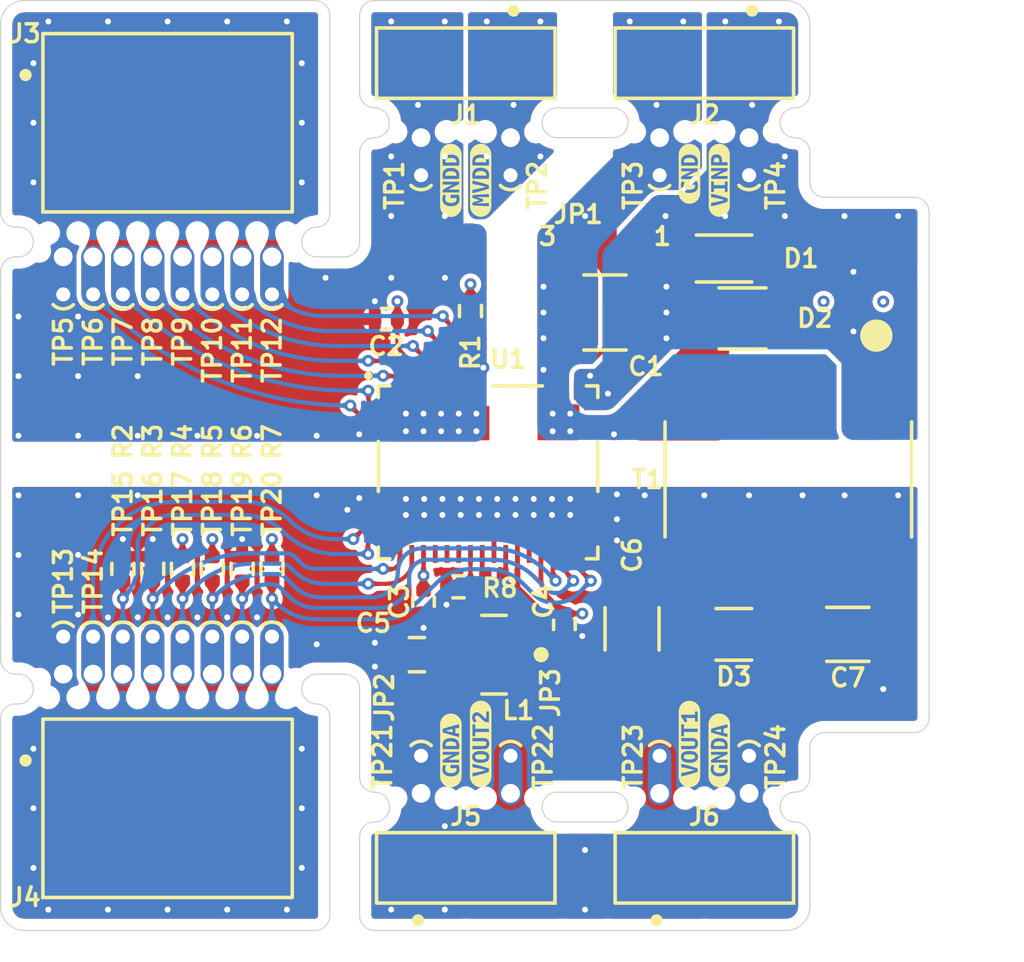
<source format=kicad_pcb>
(kicad_pcb (version 20240108) (generator "pcbnew") (generator_version "8.0")
  (layers (0 "F.Cu" signal) (1 "In1.Cu" power) (2 "In2.Cu" power) (31 "B.Cu" signal) (34 "B.Paste" user) (35 "F.Paste" user) (36 "B.SilkS" user "B.Silkscreen") (37 "F.SilkS" user "F.Silkscreen") (38 "B.Mask" user) (39 "F.Mask" user) (44 "Edge.Cuts" user))
  (net 0 "")
  (net 1 "/MVDD")
  (net 2 "GNDD")
  (net 3 "/VOUT2")
  (net 4 "GNDA")
  (net 5 "/VINP")
  (net 6 "GND")
  (net 7 "/VOUT1")
  (net 8 "Net-(D1-Pad1)")
  (net 9 "Net-(D3-Pad2)")
  (net 10 "/SWP")
  (net 11 "/VDD_24V")
  (net 12 "/SLEW")
  (net 13 "/SW2")
  (net 14 "/SGPO2")
  (net 15 "/SGPO1")
  (net 16 "/SI")
  (net 17 "/SGPI3")
  (net 18 "/SCK")
  (net 19 "Net-(U1-SYNC)")
  (net 20 "Net-(U1-PWRGD)")
  (net 25 "/MO")
  (net 26 "/MCK")
  (net 27 "/MGPI1")
  (net 28 "/MGPI2")
  (net 29 "/MGPO3")
  (net 37 "/SO")
  (net 38 "/~{SSS}")
  (net 39 "/~{MSS}")
  (net 40 "/MI")
  (net 41 "/3V3")
  (footprint "kibuzzard-678A0F1C" (layer "F.Cu") (at 152.400917 90.716691 90)
    (property "Reference" "kibuzzard-3" (hide yes))
    (property "Value" "G***" (hide yes))
  )
  (footprint "kibuzzard-679E3671" (layer "F.Cu") (at 151.130917 90.721215 90)
    (property "Reference" "kibuzzard-2" (hide yes))
    (property "Value" "G***" (hide yes))
  )
  (footprint "capacitor_footprints:C_0402_1005Metric" (layer "F.Cu") (at 149.965806 108.671197 -90)
    (property "Reference" "C3")
    (property "Value" "0.1uF")
  )
  (footprint "test_point_footprints:TestPoint_THTPad_Castelated" (layer "F.Cu") (at 163.830857 116.839293 90)
    (property "Reference" "TP24")
    (property "Value" "TestPoint" (hide yes))
  )
  (footprint "test_point_footprints:TestPoint_THTPad_Castelated" (layer "F.Cu") (at 160.020857 88.899293 -90)
    (property "Reference" "TP3")
    (property "Value" "TestPoint" (hide yes))
  )
  (footprint "test_point_footprints:TestPoint_THTPad_Castelated" (layer "F.Cu") (at 142.240907 93.979293 -90)
    (property "Reference" "TP11")
    (property "Value" "TestPoint" (hide yes))
  )
  (footprint "solder_jumper_footprints:SolderJumper-2_P1.3mm_Bridged_RoundedPad1.0x1.5mm" (layer "F.Cu") (at 149.68474 113.26114 -90)
    (property "Reference" "JP2")
    (property "Value" "SolderJumper_2_Bridged")
  )
  (footprint "mouse_bite_footprints:mouse-bite-50mil-500mil" (layer "F.Cu") (at 139.065 93.472 180)
    (property "Reference" "MB5" (hide yes))
    (property "Value" "mouse-bite-midle-50mil-200mil" (hide yes))
  )
  (footprint "test_point_footprints:TestPoint_THTPad_Castelated" (layer "F.Cu") (at 137.160907 111.759293 90)
    (property "Reference" "TP15")
    (property "Value" "TestPoint" (hide yes))
  )
  (footprint "mouse_bite_footprints:mouse-bite-50mil-305mil" (layer "F.Cu") (at 151.765 88.265)
    (property "Reference" "MB2" (hide yes))
    (property "Value" "mouse-bite-midle-50mil-200mil" (hide yes))
  )
  (footprint "mouse_bite_footprints:mouse-bite-50mil-305mil" (layer "F.Cu") (at 161.925 117.4242 180)
    (property "Reference" "MB3" (hide yes))
    (property "Value" "mouse-bite-midle-50mil-200mil" (hide yes))
  )
  (footprint "test_point_footprints:TestPoint_THTPad_Castelated" (layer "F.Cu") (at 140.970907 111.759293 90)
    (property "Reference" "TP18")
    (property "Value" "TestPoint" (hide yes))
  )
  (footprint "test_point_footprints:TestPoint_THTPad_Castelated" (layer "F.Cu") (at 139.700907 93.979293 -90)
    (property "Reference" "TP9")
    (property "Value" "TestPoint" (hide yes))
  )
  (footprint "kibuzzard-678A0E06" (layer "F.Cu") (at 151.130977 115.007193 90)
    (property "Reference" "kibuzzard-7" (hide yes))
    (property "Value" "G***" (hide yes))
  )
  (footprint "test_point_footprints:TestPoint_THTPad_Castelated" (layer "F.Cu") (at 138.430907 111.759293 90)
    (property "Reference" "TP16")
    (property "Value" "TestPoint" (hide yes))
  )
  (footprint "test_point_footprints:TestPoint_THTPad_Castelated" (layer "F.Cu") (at 140.970907 93.979293 -90)
    (property "Reference" "TP10")
    (property "Value" "TestPoint" (hide yes))
  )
  (footprint "no_components_footprints:Fiducial_0.5mm_Mask1mm" (layer "F.Cu") (at 132.715 110.9)
    (property "Reference" "FID2" (hide yes))
    (property "Value" "Fiducial")
  )
  (footprint "inductor_footprints:XFL3012" (layer "F.Cu") (at 152.968354 110.930257 180)
    (property "Reference" "L1")
    (property "Value" "100 µH")
  )
  (footprint "solder_jumper_footprints:SolderJumper-3_P1.3mm_Open_RoundedPad1.0x1.5mm_NumberLabels" (layer "F.Cu") (at 157.693769 93.550557 180)
    (property "Reference" "JP1")
    (property "Value" "SolderJumper_3_Open")
  )
  (footprint "capacitor_footprints:C_0402_1005Metric" (layer "F.Cu") (at 155.96581 109.658653 -90)
    (property "Reference" "C4")
    (property "Value" "0.1uF")
  )
  (footprint "capacitor_footprints:C_0402_1005Metric" (layer "F.Cu") (at 148.372663 96.631058 180)
    (property "Reference" "C2")
    (property "Value" "0.1uF")
  )
  (footprint "mouse_bite_footprints:mouse-bite-50mil-305mil" (layer "F.Cu") (at 151.765 117.4242 180)
    (property "Reference" "MB4" (hide yes))
    (property "Value" "mouse-bite-midle-50mil-200mil" (hide yes))
  )
  (footprint "kibuzzard-678A1049" (layer "F.Cu") (at 161.290857 114.734657 90)
    (property "Reference" "kibuzzard-6" (hide yes))
    (property "Value" "G***" (hide yes))
  )
  (footprint "capacitor_footprints:C_1210_200_3225Metric" (layer "F.Cu") (at 157.695018 96.348837)
    (property "Reference" "C1")
    (property "Value" "4.7 µF")
  )
  (footprint "connector_footprints:FW-02-03-G-D-085-155" (layer "F.Cu") (at 151.765917 120.01476 90)
    (property "Reference" "J5")
    (property "Value" "FW-02-03-G-D-085-155")
  )
  (footprint "capacitor_footprints:C_1206_3216Metric" (layer "F.Cu") (at 168.03624 110.064477)
    (property "Reference" "C7")
    (property "Value" "10 uF")
  )
  (footprint "kibuzzard-678A0FCE" (layer "F.Cu") (at 161.290857 90.438501 90)
    (property "Reference" "kibuzzard-1" (hide yes))
    (property "Value" "G***" (hide yes))
  )
  (footprint "test_point_footprints:TestPoint_THTPad_Castelated" (layer "F.Cu") (at 142.240907 111.759293 90)
    (property "Reference" "TP19")
    (property "Value" "TestPoint" (hide yes))
  )
  (footprint "test_point_footprints:TestPoint_THTPad_Castelated" (layer "F.Cu") (at 135.890907 93.979293 -90)
    (property "Reference" "TP6")
    (property "Value" "TestPoint" (hide yes))
  )
  (footprint "test_point_footprints:TestPoint_THTPad_Castelated" (layer "F.Cu") (at 160.020857 116.839293 90)
    (property "Reference" "TP23")
    (property "Value" "TestPoint" (hide yes))
  )
  (footprint "kibuzzard-678A0FC5" (layer "F.Cu") (at 162.560857 90.717257 90)
    (property "Reference" "kibuzzard-4" (hide yes))
    (property "Value" "G***" (hide yes))
  )
  (footprint "resistor_footprints:R_0402_1005Metric" (layer "F.Cu") (at 151.455806 108.036197)
    (property "Reference" "R8")
    (property "Value" "100k")
  )
  (footprint "connector_footprints:FW-02-03-G-D-085-155" (layer "F.Cu") (at 161.925857 120.01476 90)
    (property "Reference" "J6")
    (property "Value" "FW-02-03-G-D-085-155")
  )
  (footprint "kibuzzard-678A1052" (layer "F.Cu") (at 162.560857 115.007193 90)
    (property "Reference" "kibuzzard-8" (hide yes))
    (property "Value" "G***" (hide yes))
  )
  (footprint "no_components_footprints:Fiducial_0.5mm_Mask1mm" (layer "F.Cu") (at 132.715 94.84)
    (property "Reference" "FID1" (hide yes))
    (property "Value" "Fiducial")
  )
  (footprint "capacitor_footprints:C_0603_1608Metric" (layer "F.Cu") (at 149.685597 110.930257 180)
    (property "Reference" "C5")
    (property "Value" "4.7 uF")
  )
  (footprint "test_point_footprints:TestPoint_THTPad_Castelated" (layer "F.Cu") (at 163.830857 88.899293 -90)
    (property "Reference" "TP4")
    (property "Value" "TestPoint" (hide yes))
  )
  (footprint "solder_jumper_footprints:SolderJumper-2_P1.3mm_Bridged_RoundedPad1.0x1.5mm" (layer "F.Cu") (at 156.7561 113.26114 -90)
    (property "Reference" "JP3")
    (property "Value" "SolderJumper_2_Bridged")
  )
  (footprint "resistor_footprints:R_0402_1005Metric" (layer "F.Cu") (at 151.965808 96.287617 -90)
    (property "Reference" "R1")
    (property "Value" "100k")
  )
  (footprint "resistor_footprints:R_0402_1005Metric" (layer "F.Cu") (at 139.700907 107.27436 -90)
    (property "Reference" "R4")
    (property "Value" "100k")
  )
  (footprint "mouse_bite_footprints:mouse-bite-50mil-305mil" (layer "F.Cu") (at 161.925 88.265)
    (property "Reference" "MB1" (hide yes))
    (property "Value" "mouse-bite-midle-50mil-200mil" (hide yes))
  )
  (footprint "diode_footprints:PowerDI_123" (layer "F.Cu") (at 163.551629 96.602837 180)
    (property "Reference" "D2")
    (property "Value" "100.0 V")
  )
  (footprint "transformer_footprints:ZA9644" (layer "F.Cu") (at 165.502077 103.460452 -90)
    (property "Reference" "T1")
    (property "Value" "ZA9644-AED")
  )
  (footprint "kibuzzard-679E35DB" (layer "F.Cu") (at 152.400857 114.734657 90)
    (property "Reference" "kibuzzard-5" (hide yes))
    (property "Value" "G***" (hide yes))
  )
  (footprint "test_point_footprints:TestPoint_THTPad_Castelated" (layer "F.Cu") (at 153.670857 116.839293 90)
    (property "Reference" "TP22")
    (property "Value" "TestPoint" (hide yes))
  )
  (footprint "test_point_footprints:TestPoint_THTPad_Castelated" (layer "F.Cu") (at 153.670917 88.899293 -90)
    (property "Reference" "TP2")
    (property "Value" "TestPoint" (hide yes))
  )
  (footprint "test_point_footprints:TestPoint_THTPad_Castelated" (layer "F.Cu") (at 134.620907 93.979293 -90)
    (property "Reference" "TP5")
    (property "Value" "TestPoint" (hide yes))
  )
  (footprint "resistor_footprints:R_0402_1005Metric" (layer "F.Cu") (at 138.430907 107.27436 90)
    (property "Reference" "R3")
    (property "Value" "100k")
  )
  (footprint "mouse_bite_footprints:mouse-bite-50mil-500mil" (layer "F.Cu") (at 139.065 112.2426)
    (property "Reference" "MB6" (hide yes))
    (property "Value" "mouse-bite-midle-50mil-200mil" (hide yes))
  )
  (footprint "capacitor_footprints:C_1206_3216Metric" (layer "F.Cu") (at 158.846817 109.828257 90)
    (property "Reference" "C6")
    (property "Value" "10 uF")
  )
  (footprint "resistor_footprints:R_0402_1005Metric" (layer "F.Cu") (at 140.970907 107.27436 -90)
    (property "Reference" "R5")
    (property "Value" "100k")
  )
  (footprint "no_components_footprints:Fiducial_0.5mm_Mask1mm" (layer "F.Cu") (at 170.7388 94.84)
    (property "Reference" "FID3" (hide yes))
    (property "Value" "Fiducial")
  )
  (footprint "test_point_footprints:TestPoint_THTPad_Castelated" (layer "F.Cu") (at 143.510907 111.759293 90)
    (property "Reference" "TP20")
    (property "Value" "TestPoint" (hide yes))
  )
  (footprint "connector_footprints:FW-08-03-G-D-085-155" (layer "F.Cu") (at 139.065907 88.26454)
    (property "Reference" "J3")
    (property "Value" "FW-07-03-G-D-085-155")
  )
  (footprint "resistor_footprints:R_0402_1005Metric" (layer "F.Cu") (at 142.240907 107.27436 90)
    (property "Reference" "R6")
    (property "Value" "100k")
  )
  (footprint "test_point_footprints:TestPoint_THTPad_Castelated" (layer "F.Cu") (at 134.620907 111.759293 90)
    (property "Reference" "TP13")
    (property "Value" "TestPoint" (hide yes))
  )
  (footprint "test_point_footprints:TestPoint_THTPad_Castelated" (layer "F.Cu") (at 135.890907 111.759293 90)
    (property "Reference" "TP14")
    (property "Value" "TestPoint" (hide yes))
  )
  (footprint "connector_footprints:FW-08-03-G-D-085-155" (layer "F.Cu") (at 139.065907 117.47546)
    (property "Reference" "J4")
    (property "Value" "FW-07-03-G-D-085-155")
  )
  (footprint "test_point_footprints:TestPoint_THTPad_Castelated" (layer "F.Cu") (at 138.430907 93.979293 -90)
    (property "Reference" "TP8")
    (property "Value" "TestPoint" (hide yes))
  )
  (footprint "diode_footprints:SOD_123F" (layer "F.Cu") (at 163.182077 110.064477 180)
    (property "Reference" "D3")
    (property "Value" "200.0 V")
  )
  (footprint "test_point_footprints:TestPoint_THTPad_Castelated" (layer "F.Cu") (at 143.510907 93.979293 -90)
    (property "Reference" "TP12")
    (property "Value" "TestPoint" (hide yes))
  )
  (footprint "test_point_footprints:TestPoint_THTPad_Castelated" (layer "F.Cu") (at 149.860917 88.899293 -90)
    (property "Reference" "TP1")
    (property "Value" "TestPoint" (hide yes))
  )
  (footprint "resistor_footprints:R_0402_1005Metric" (layer "F.Cu") (at 143.510907 107.27436 -90)
    (property "Reference" "R7")
    (property "Value" "100k")
  )
  (footprint "connector_footprints:FW-02-03-G-D-085-155" (layer "F.Cu") (at 161.925857 85.72524 -90)
    (property "Reference" "J2")
    (property "Value" "FW-02-03-G-D-085-155")
  )
  (footprint "connector_footprints:FW-02-03-G-D-085-155" (layer "F.Cu") (at 151.765917 85.72524 -90)
    (property "Reference" "J1")
    (property "Value" "FW-02-03-G-D-085-155")
  )
  (footprint "test_point_footprints:TestPoint_THTPad_Castelated" (layer "F.Cu") (at 137.160907 93.979293 -90)
    (property "Reference" "TP7")
    (property "Value" "TestPoint" (hide yes))
  )
  (footprint "analog_devices_footprints:CP-41-1_ADI" (layer "F.Cu") (at 152.715806 103.158853)
    (property "Reference" "U1")
    (property "Value" "ADP1032ACPZ-5-R7")
  )
  (footprint "test_point_footprints:TestPoint_THTPad_Castelated" (layer "F.Cu") (at 149.860977 116.839293 90)
    (property "Reference" "TP21")
    (property "Value" "TestPoint" (hide yes))
  )
  (footprint "diode_footprints:SOD_123" (layer "F.Cu") (at 162.766629 94.048397 180)
    (property "Reference" "D1")
    (property "Value" "62.0 V")
  )
  (footprint "test_point_footprints:TestPoint_THTPad_Castelated" (layer "F.Cu") (at 139.700907 111.759293 90)
    (property "Reference" "TP17")
    (property "Value" "TestPoint" (hide yes))
  )
  (footprint "resistor_footprints:R_0402_1005Metric" (layer "F.Cu") (at 137.160907 107.27436 90)
    (property "Reference" "R2")
    (property "Value" "100k")
  )
  (gr_arc (start 147.2438 83.693) (mid 147.429787 83.243987) (end 147.8788 83.058) (stroke (width 0.05)) (layer "Edge.Cuts"))
  (gr_arc (start 158.0388 87.63) (mid 158.487813 87.815987) (end 158.6738 88.265) (stroke (width 0.05)) (layer "Edge.Cuts"))
  (gr_arc (start 155.0162 88.265) (mid 155.202187 87.815987) (end 155.6512 87.63) (stroke (width 0.05)) (layer "Edge.Cuts"))
  (gr_arc (start 165.4048 83.058) (mid 166.12322 83.35558) (end 166.4208 84.074) (stroke (width 0.05)) (layer "Edge.Cuts"))
  (gr_line (start 132.715 113.03) (end 132.588 113.03) (stroke (width 0.05)) (layer "Edge.Cuts"))
  (gr_arc (start 132.969 122.682) (mid 132.25058 122.38442) (end 131.953 121.666) (stroke (width 0.05)) (layer "Edge.Cuts"))
  (gr_arc (start 144.78 112.395) (mid 144.965987 111.945987) (end 145.415 111.76) (stroke (width 0.05)) (layer "Edge.Cuts"))
  (gr_line (start 158.0388 118.0592) (end 155.6512 118.0592) (stroke (width 0.05)) (layer "Edge.Cuts"))
  (gr_arc (start 144.78 93.345) (mid 144.965987 92.895987) (end 145.415 92.71) (stroke (width 0.05)) (layer "Edge.Cuts"))
  (gr_arc (start 155.0162 117.4242) (mid 155.202187 116.975187) (end 155.6512 116.7892) (stroke (width 0.05)) (layer "Edge.Cuts"))
  (gr_arc (start 145.9738 122.047) (mid 145.787813 122.496013) (end 145.3388 122.682) (stroke (width 0.05)) (layer "Edge.Cuts"))
  (gr_line (start 155.6512 87.63) (end 158.0388 87.63) (stroke (width 0.05)) (layer "Edge.Cuts"))
  (gr_line (start 132.969 83.058) (end 145.3388 83.058) (stroke (width 0.05)) (layer "Edge.Cuts"))
  (gr_arc (start 147.2438 118.6942) (mid 147.429787 118.245187) (end 147.8788 118.0592) (stroke (width 0.05)) (layer "Edge.Cuts"))
  (gr_arc (start 145.3388 83.058) (mid 145.787813 83.243987) (end 145.9738 83.693) (stroke (width 0.05)) (layer "Edge.Cuts"))
  (gr_arc (start 147.2438 89.535) (mid 147.429787 89.085987) (end 147.8788 88.9) (stroke (width 0.05)) (layer "Edge.Cuts"))
  (gr_arc (start 147.8788 87.63) (mid 148.327813 87.815987) (end 148.5138 88.265) (stroke (width 0.05)) (layer "Edge.Cuts"))
  (gr_arc (start 133.35 112.395) (mid 133.164013 112.844013) (end 132.715 113.03) (stroke (width 0.05)) (layer "Edge.Cuts"))
  (gr_line (start 146.6088 111.76) (end 145.415 111.76) (stroke (width 0.05)) (layer "Edge.Cuts"))
  (gr_line (start 132.715 93.98) (end 132.588 93.98) (stroke (width 0.05)) (layer "Edge.Cuts"))
  (gr_arc (start 166.4208 114.8842) (mid 166.606787 114.435187) (end 167.0558 114.2492) (stroke (width 0.05)) (layer "Edge.Cuts"))
  (gr_arc (start 158.6738 117.4242) (mid 158.487813 117.873213) (end 158.0388 118.0592) (stroke (width 0.05)) (layer "Edge.Cuts"))
  (gr_line (start 165.4048 122.682) (end 147.8788 122.682) (stroke (width 0.05)) (layer "Edge.Cuts"))
  (gr_arc (start 147.886987 116.7892) (mid 148.336 116.975187) (end 148.521987 117.4242) (stroke (width 0.05)) (layer "Edge.Cuts"))
  (gr_line (start 167.0558 91.44) (end 170.8658 91.44) (stroke (width 0.05)) (layer "Edge.Cuts"))
  (gr_line (start 155.6512 116.7892) (end 158.0388 116.7892) (stroke (width 0.05)) (layer "Edge.Cuts"))
  (gr_line (start 132.715 111.76) (end 132.588 111.76) (stroke (width 0.05)) (layer "Edge.Cuts"))
  (gr_line (start 147.2438 83.693) (end 147.2438 86.995) (stroke (width 0.05)) (layer "Edge.Cuts"))
  (gr_arc (start 148.5138 88.265) (mid 148.327813 88.714013) (end 147.8788 88.9) (stroke (width 0.05)) (layer "Edge.Cuts"))
  (gr_arc (start 171.5008 113.6142) (mid 171.314813 114.063213) (end 170.8658 114.2492) (stroke (width 0.05)) (layer "Edge.Cuts"))
  (gr_arc (start 145.415 113.03) (mid 145.810131 113.193669) (end 145.9738 113.5888) (stroke (width 0.05)) (layer "Edge.Cuts"))
  (gr_line (start 132.715 92.71) (end 132.588 92.71) (stroke (width 0.05)) (layer "Edge.Cuts"))
  (gr_arc (start 132.588 111.76) (mid 132.138987 111.574013) (end 131.953 111.125) (stroke (width 0.05)) (layer "Edge.Cuts"))
  (gr_arc (start 165.7858 88.9) (mid 165.336787 88.714013) (end 165.1508 88.265) (stroke (width 0.05)) (layer "Edge.Cuts"))
  (gr_arc (start 133.35 93.345) (mid 133.164013 93.794013) (end 132.715 93.98) (stroke (width 0.05)) (layer "Edge.Cuts"))
  (gr_arc (start 158.0388 116.7892) (mid 158.487813 116.975187) (end 158.6738 117.4242) (stroke (width 0.05)) (layer "Edge.Cuts"))
  (gr_arc (start 166.4208 86.995) (mid 166.234813 87.444013) (end 165.7858 87.63) (stroke (width 0.05)) (layer "Edge.Cuts"))
  (gr_arc (start 165.1508 88.265) (mid 165.336787 87.815987) (end 165.7858 87.63) (stroke (width 0.05)) (layer "Edge.Cuts"))
  (gr_arc (start 158.6738 88.265) (mid 158.487813 88.714013) (end 158.0388 88.9) (stroke (width 0.05)) (layer "Edge.Cuts"))
  (gr_arc (start 145.415 113.03) (mid 144.965987 112.844013) (end 144.78 112.395) (stroke (width 0.05)) (layer "Edge.Cuts"))
  (gr_line (start 147.2438 89.535) (end 147.2438 93.345) (stroke (width 0.05)) (layer "Edge.Cuts"))
  (gr_line (start 131.953 92.075) (end 131.953 84.074) (stroke (width 0.05)) (layer "Edge.Cuts"))
  (gr_line (start 166.4208 84.074) (end 166.4208 86.995) (stroke (width 0.05)) (layer "Edge.Cuts"))
  (gr_line (start 166.4208 118.6942) (end 166.4208 121.666) (stroke (width 0.05)) (layer "Edge.Cuts"))
  (gr_arc (start 145.415 93.98) (mid 144.965987 93.794013) (end 144.78 93.345) (stroke (width 0.05)) (layer "Edge.Cuts"))
  (gr_arc (start 165.7858 88.9) (mid 166.234813 89.085987) (end 166.4208 89.535) (stroke (width 0.05)) (layer "Edge.Cuts"))
  (gr_arc (start 131.953 94.615) (mid 132.138987 94.165987) (end 132.588 93.98) (stroke (width 0.05)) (layer "Edge.Cuts"))
  (gr_arc (start 166.4208 116.1542) (mid 166.234813 116.603213) (end 165.7858 116.7892) (stroke (width 0.05)) (layer "Edge.Cuts"))
  (gr_line (start 147.2438 112.395) (end 147.2438 116.1542) (stroke (width 0.05)) (layer "Edge.Cuts"))
  (gr_line (start 145.3388 122.682) (end 132.969 122.682) (stroke (width 0.05)) (layer "Edge.Cuts"))
  (gr_arc (start 155.6512 88.9) (mid 155.202187 88.714013) (end 155.0162 88.265) (stroke (width 0.05)) (layer "Edge.Cuts"))
  (gr_arc (start 147.8788 116.7892) (mid 147.429787 116.603213) (end 147.2438 116.1542) (stroke (width 0.05)) (layer "Edge.Cuts"))
  (gr_arc (start 132.588 92.71) (mid 132.138987 92.524013) (end 131.953 92.075) (stroke (width 0.05)) (layer "Edge.Cuts"))
  (gr_arc (start 145.9738 92.1512) (mid 145.810131 92.546331) (end 145.415 92.71) (stroke (width 0.05)) (layer "Edge.Cuts"))
  (gr_arc (start 165.7858 118.0592) (mid 166.234813 118.245187) (end 166.4208 118.6942) (stroke (width 0.05)) (layer "Edge.Cuts"))
  (gr_arc (start 155.6512 118.0592) (mid 155.202187 117.873213) (end 155.0162 117.4242) (stroke (width 0.05)) (layer "Edge.Cuts"))
  (gr_line (start 145.9738 83.693) (end 145.9738 92.1512) (stroke (width 0.05)) (layer "Edge.Cuts"))
  (gr_line (start 147.8788 83.058) (end 165.4048 83.058) (stroke (width 0.05)) (layer "Edge.Cuts"))
  (gr_arc (start 165.7858 118.0592) (mid 165.336787 117.873213) (end 165.1508 117.4242) (stroke (width 0.05)) (layer "Edge.Cuts"))
  (gr_line (start 170.8658 114.2492) (end 167.0558 114.2492) (stroke (width 0.05)) (layer "Edge.Cuts"))
  (gr_line (start 145.415 93.98) (end 146.6088 93.98) (stroke (width 0.05)) (layer "Edge.Cuts"))
  (gr_arc (start 132.715 92.71) (mid 133.164013 92.895987) (end 133.35 93.345) (stroke (width 0.05)) (layer "Edge.Cuts"))
  (gr_arc (start 147.8788 87.63) (mid 147.429787 87.444013) (end 147.2438 86.995) (stroke (width 0.05)) (layer "Edge.Cuts"))
  (gr_arc (start 170.8658 91.44) (mid 171.314813 91.625987) (end 171.5008 92.075) (stroke (width 0.05)) (layer "Edge.Cuts"))
  (gr_arc (start 147.2438 93.345) (mid 147.057813 93.794013) (end 146.6088 93.98) (stroke (width 0.05)) (layer "Edge.Cuts"))
  (gr_arc (start 148.521987 117.4242) (mid 148.336 117.873213) (end 147.886987 118.0592) (stroke (width 0.05)) (layer "Edge.Cuts"))
  (gr_arc (start 165.1508 117.4242) (mid 165.336787 116.975187) (end 165.7858 116.7892) (stroke (width 0.05)) (layer "Edge.Cuts"))
  (gr_arc (start 131.953 113.665) (mid 132.138987 113.215987) (end 132.588 113.03) (stroke (width 0.05)) (layer "Edge.Cuts"))
  (gr_line (start 147.2438 118.6942) (end 147.2438 122.047) (stroke (width 0.05)) (layer "Edge.Cuts"))
  (gr_line (start 131.953 121.666) (end 131.953 113.665) (stroke (width 0.05)) (layer "Edge.Cuts"))
  (gr_line (start 131.953 111.125) (end 131.953 94.615) (stroke (width 0.05)) (layer "Edge.Cuts"))
  (gr_arc (start 132.715 111.76) (mid 133.164013 111.945987) (end 133.35 112.395) (stroke (width 0.05)) (layer "Edge.Cuts"))
  (gr_line (start 171.5008 92.075) (end 171.5008 113.6142) (stroke (width 0.05)) (layer "Edge.Cuts"))
  (gr_line (start 166.4208 90.805) (end 166.4208 89.535) (stroke (width 0.05)) (layer "Edge.Cuts"))
  (gr_arc (start 146.6088 111.76) (mid 147.057813 111.945987) (end 147.2438 112.395) (stroke (width 0.05)) (layer "Edge.Cuts"))
  (gr_arc (start 167.0558 91.44) (mid 166.606787 91.254013) (end 166.4208 90.805) (stroke (width 0.05)) (layer "Edge.Cuts"))
  (gr_line (start 158.0388 88.9) (end 155.6512 88.9) (stroke (width 0.05)) (layer "Edge.Cuts"))
  (gr_line (start 145.9738 113.5888) (end 145.9738 122.047) (stroke (width 0.05)) (layer "Edge.Cuts"))
  (gr_arc (start 147.8788 122.682) (mid 147.429787 122.496013) (end 147.2438 122.047) (stroke (width 0.05)) (layer "Edge.Cuts"))
  (gr_arc (start 131.953 84.074) (mid 132.25058 83.35558) (end 132.969 83.058) (stroke (width 0.05)) (layer "Edge.Cuts"))
  (gr_arc (start 166.4208 121.666) (mid 166.12322 122.38442) (end 165.4048 122.682) (stroke (width 0.05)) (layer "Edge.Cuts"))
  (gr_line (start 166.4208 114.8842) (end 166.4208 116.1542) (stroke (width 0.05)) (layer "Edge.Cuts"))
  (segment (start 149.965807 99.679053) (end 149.965807 99.325967) (width 0.1778) (layer "F.Cu") (net 1))
  (segment (start 148.852663 97.543539) (end 148.852663 96.631058) (width 0.1778) (layer "F.Cu") (net 1))
  (segment (start 148.852663 96.631058) (end 148.852663 95.869058) (width 0.1778) (layer "F.Cu") (net 1))
  (segment (start 149.726833 98.749033) (end 149.086945 98.109145) (width 0.1778) (layer "F.Cu") (net 1))
  (segment (start 151.965808 95.777617) (end 151.965808 95.142617) (width 0.1778) (layer "F.Cu") (net 1))
  (via (at 154.941916 89.699293) (size 0.508) (drill 0.254) (layers "F.Cu" "B.Cu") (net 1))
  (via (at 148.852663 95.869058) (size 0.508) (drill 0.254) (layers "F.Cu" "B.Cu") (net 1))
  (via (at 152.659917 89.699293) (size 0.508) (drill 0.254) (layers "F.Cu" "B.Cu") (net 1))
  (via (at 153.800917 87.503) (size 0.508) (drill 0.254) (layers "F.Cu" "B.Cu") (net 1))
  (via (at 152.659917 83.947) (size 0.508) (drill 0.254) (layers "F.Cu" "B.Cu") (net 1))
  (via (at 151.965808 95.142617) (size 0.508) (drill 0.254) (layers "F.Cu" "B.Cu") (net 1))
  (via (at 154.941916 83.947) (size 0.508) (drill 0.254) (layers "F.Cu" "B.Cu") (net 1))
  (arc (start 148.852663 97.543539) (mid 148.913551 97.849643) (end 149.086945 98.109145) (width 0.1778) (layer "F.Cu") (net 1))
  (arc (start 149.726833 98.749033) (mid 149.9037 99.013733) (end 149.965807 99.325967) (width 0.1778) (layer "F.Cu") (net 1))
  (segment (start 152.465817 98.851017) (end 152.618217 98.698617) (width 0.1778) (layer "F.Cu") (net 2))
  (segment (start 147.892663 96.631058) (end 147.892663 95.869058) (width 0.1778) (layer "F.Cu") (net 2))
  (via (at 133.350907 90.80454) (size 0.508) (drill 0.254) (layers "F.Cu" "B.Cu") (net 2))
  (via (at 150.715814 100.658856) (size 0.508) (drill 0.254) (layers "F.Cu" "B.Cu") (net 2))
  (via (at 150.876 94.869) (size 0.508) (drill 0.254) (layers "F.Cu" "B.Cu") (net 2))
  (via (at 149.730917 87.503) (size 0.508) (drill 0.254) (layers "F.Cu" "B.Cu") (net 2))
  (via (at 140.335 101.6) (size 0.508) (drill 0.254) (layers "F.Cu" "B.Cu") (net 2))
  (via (at 150.871916 83.947) (size 0.508) (drill 0.254) (layers "F.Cu" "B.Cu") (net 2))
  (via (at 141.605906 83.947) (size 0.508) (drill 0.254) (layers "F.Cu" "B.Cu") (net 2))
  (via (at 136.525906 83.947) (size 0.508) (drill 0.254) (layers "F.Cu" "B.Cu") (net 2))
  (via (at 152.215815 101.408857) (size 0.508) (drill 0.254) (layers "F.Cu" "B.Cu") (net 2))
  (via (at 151.465813 100.658856) (size 0.508) (drill 0.254) (layers "F.Cu" "B.Cu") (net 2))
  (via (at 132.715 101.6) (size 0.508) (drill 0.254) (layers "F.Cu" "B.Cu") (net 2))
  (via (at 144.780907 85.725) (size 0.508) (drill 0.254) (layers "F.Cu" "B.Cu") (net 2))
  (via (at 137.795 99.06) (size 0.508) (drill 0.254) (layers "F.Cu" "B.Cu") (net 2))
  (via (at 150.715814 101.408857) (size 0.508) (drill 0.254) (layers "F.Cu" "B.Cu") (net 2))
  (via (at 145.415 101.6) (size 0.508) (drill 0.254) (layers "F.Cu" "B.Cu") (net 2))
  (via (at 133.350907 85.725) (size 0.508) (drill 0.254) (layers "F.Cu" "B.Cu") (net 2))
  (via (at 133.350907 88.26454) (size 0.508) (drill 0.254) (layers "F.Cu" "B.Cu") (net 2))
  (via (at 133.985906 83.947) (size 0.508) (drill 0.254) (layers "F.Cu" "B.Cu") (net 2))
  (via (at 149.965815 101.408857) (size 0.508) (drill 0.254) (layers "F.Cu" "B.Cu") (net 2))
  (via (at 148.594001 94.869) (size 0.508) (drill 0.254) (layers "F.Cu" "B.Cu") (net 2))
  (via (at 152.215815 100.658856) (size 0.508) (drill 0.254) (layers "F.Cu" "B.Cu") (net 2))
  (via (at 139.065906 83.947) (size 0.508) (drill 0.254) (layers "F.Cu" "B.Cu") (net 2))
  (via (at 150.871916 92.239293) (size 0.508) (drill 0.254) (layers "F.Cu" "B.Cu") (net 2))
  (via (at 151.465813 101.408857) (size 0.508) (drill 0.254) (layers "F.Cu" "B.Cu") (net 2))
  (via (at 147.892663 95.869058) (size 0.508) (drill 0.254) (layers "F.Cu" "B.Cu") (net 2))
  (via (at 135.255 99.06) (size 0.508) (drill 0.254) (layers "F.Cu" "B.Cu") (net 2))
  (via (at 148.589917 83.947) (size 0.508) (drill 0.254) (layers "F.Cu" "B.Cu") (net 2))
  (via (at 148.589917 89.699293) (size 0.508) (drill 0.254) (layers "F.Cu" "B.Cu") (net 2))
  (via (at 145.791999 94.869) (size 0.508) (drill 0.254) (layers "F.Cu" "B.Cu") (net 2))
  (via (at 149.215816 101.408857) (size 0.508) (drill 0.254) (layers "F.Cu" "B.Cu") (net 2))
  (via (at 144.780907 90.80454) (size 0.508) (drill 0.254) (layers "F.Cu" "B.Cu") (net 2))
  (via (at 144.780907 88.26454) (size 0.508) (drill 0.254) (layers "F.Cu" "B.Cu") (net 2))
  (via (at 150.871916 89.699293) (size 0.508) (drill 0.254) (layers "F.Cu" "B.Cu") (net 2))
  (via (at 144.145906 83.947) (size 0.508) (drill 0.254) (layers "F.Cu" "B.Cu") (net 2))
  (via (at 135.255 101.6) (size 0.508) (drill 0.254) (layers "F.Cu" "B.Cu") (net 2))
  (via (at 132.715 96.52) (size 0.508) (drill 0.254) (layers "F.Cu" "B.Cu") (net 2))
  (via (at 132.715 99.06) (size 0.508) (drill 0.254) (layers "F.Cu" "B.Cu") (net 2))
  (via (at 149.965815 100.658856) (size 0.508) (drill 0.254) (layers "F.Cu" "B.Cu") (net 2))
  (via (at 137.795 101.6) (size 0.508) (drill 0.254) (layers "F.Cu" "B.Cu") (net 2))
  (via (at 149.215816 100.658856) (size 0.508) (drill 0.254) (layers "F.Cu" "B.Cu") (net 2))
  (via (at 148.589917 92.239293) (size 0.508) (drill 0.254) (layers "F.Cu" "B.Cu") (net 2))
  (via (at 135.255 96.52) (size 0.508) (drill 0.254) (layers "F.Cu" "B.Cu") (net 2))
  (via (at 142.875 101.6) (size 0.508) (drill 0.254) (layers "F.Cu" "B.Cu") (net 2))
  (via (at 152.516609 98.698617) (size 0.508) (drill 0.254) (layers "F.Cu" "B.Cu") (net 2))
  (via (at 147.229409 101.539852) (size 0.508) (drill 0.254) (layers "F.Cu" "B.Cu") (net 2))
  (segment (start 142.24126 106.132067) (end 142.240553 106.13136) (width 0.1778) (layer "F.Cu") (net 4))
  (segment (start 142.240907 106.76436) (end 142.240907 106.00436) (width 0.1778) (layer "F.Cu") (net 4))
  (segment (start 138.430907 106.76436) (end 138.430907 106.00436) (width 0.1778) (layer "F.Cu") (net 4))
  (segment (start 137.160907 106.76436) (end 137.160907 106.00436) (width 0.1778) (layer "F.Cu") (net 4))
  (segment (start 142.24126 106.055867) (end 142.240553 106.05516) (width 0.1778) (layer "F.Cu") (net 4))
  (segment (start 150.945806 108.036197) (end 150.945806 108.798197) (width 0.1778) (layer "F.Cu") (net 4))
  (via (at 135.255 109.22) (size 0.508) (drill 0.254) (layers "F.Cu" "B.Cu") (net 4))
  (via (at 133.35 117.475) (size 0.508) (drill 0.254) (layers "F.Cu" "B.Cu") (net 4))
  (via (at 144.780907 114.93546) (size 0.508) (drill 0.254) (layers "F.Cu" "B.Cu") (net 4))
  (via (at 150.771367 104.976755) (size 0.508) (drill 0.254) (layers "F.Cu" "B.Cu") (net 4))
  (via (at 135.255 104.14) (size 0.508) (drill 0.254) (layers "F.Cu" "B.Cu") (net 4))
  (via (at 150.771367 104.294657) (size 0.508) (drill 0.254) (layers "F.Cu" "B.Cu") (net 4))
  (via (at 144.145907 121.79346) (size 0.508) (drill 0.254) (layers "F.Cu" "B.Cu") (net 4))
  (via (at 138.430907 106.00436) (size 0.508) (drill 0.254) (layers "F.Cu" "B.Cu") (net 4))
  (via (at 141.605907 109.339553) (size 0.508) (drill 0.254) (layers "F.Cu" "B.Cu") (net 4))
  (via (at 151.549144 104.294657) (size 0.508) (drill 0.254) (layers "F.Cu" "B.Cu") (net 4))
  (via (at 145.415 104.14) (size 0.508) (drill 0.254) (layers "F.Cu" "B.Cu") (net 4))
  (via (at 155.438029 104.294657) (size 0.508) (drill 0.254) (layers "F.Cu" "B.Cu") (net 4))
  (via (at 141.605907 121.79346) (size 0.508) (drill 0.254) (layers "F.Cu" "B.Cu") (net 4))
  (via (at 152.326921 104.976755) (size 0.508) (drill 0.254) (layers "F.Cu" "B.Cu") (net 4))
  (via (at 155.438029 104.976755) (size 0.508) (drill 0.254) (layers "F.Cu" "B.Cu") (net 4))
  (via (at 137.795 104.14) (size 0.508) (drill 0.254) (layers "F.Cu" "B.Cu") (net 4))
  (via (at 144.780907 117.475) (size 0.508) (drill 0.254) (layers "F.Cu" "B.Cu") (net 4))
  (via (at 153.882475 104.976755) (size 0.508) (drill 0.254) (layers "F.Cu" "B.Cu") (net 4))
  (via (at 147.229409 104.256452) (size 0.508) (drill 0.254) (layers "F.Cu" "B.Cu") (net 4))
  (via (at 156.21581 104.976755) (size 0.508) (drill 0.254) (layers "F.Cu" "B.Cu") (net 4))
  (via (at 154.660252 104.976755) (size 0.508) (drill 0.254) (layers "F.Cu" "B.Cu") (net 4))
  (via (at 137.160907 106.00436) (size 0.508) (drill 0.254) (layers "F.Cu" "B.Cu") (net 4))
  (via (at 151.549144 104.976755) (size 0.508) (drill 0.254) (layers "F.Cu" "B.Cu") (net 4))
  (via (at 156.21581 104.294657) (size 0.508) (drill 0.254) (layers "F.Cu" "B.Cu") (net 4))
  (via (at 133.35 114.93546) (size 0.508) (drill 0.254) (layers "F.Cu" "B.Cu") (net 4))
  (via (at 156.845 119.253) (size 0.508) (drill 0.254) (layers "F.Cu" "B.Cu") (net 4))
  (via (at 132.715 106.68) (size 0.508) (drill 0.254) (layers "F.Cu" "B.Cu") (net 4))
  (via (at 139.065907 121.79346) (size 0.508) (drill 0.254) (layers "F.Cu" "B.Cu") (net 4))
  (via (at 146.721409 104.756451) (size 0.508) (drill 0.254) (layers "F.Cu" "B.Cu") (net 4))
  (via (at 145.415 110.49) (size 0.508) (drill 0.254) (layers "F.Cu" "B.Cu") (net 4))
  (via (at 153.104698 104.294657) (size 0.508) (drill 0.254) (layers "F.Cu" "B.Cu") (net 4))
  (via (at 150.945806 108.798197) (size 0.508) (drill 0.254) (layers "F.Cu" "B.Cu") (net 4))
  (via (at 150.871916 118.237) (size 0.508) (drill 0.254) (layers "F.Cu" "B.Cu") (net 4))
  (via (at 158.202209 105.158853) (size 0.508) (drill 0.254) (layers "F.Cu" "B.Cu") (net 4))
  (via (at 154.660252 104.294657) (size 0.508) (drill 0.254) (layers "F.Cu" "B.Cu") (net 4))
  (via (at 142.875907 109.339553) (size 0.508) (drill 0.254) (layers "F.Cu" "B.Cu") (net 4))
  (via (at 139.065 109.339553) (size 0.508) (drill 0.254) (layers "F.Cu" "B.Cu") (net 4))
  (via (at 150.871916 121.793) (size 0.508) (drill 0.254) (layers "F.Cu" "B.Cu") (net 4))
  (via (at 136.525 109.339553) (size 0.508) (drill 0.254) (layers "F.Cu" "B.Cu") (net 4))
  (via (at 147.894597 111.438237) (size 0.508) (drill 0.254) (layers "F.Cu" "B.Cu") (net 4))
  (via (at 169.545 112.395) (size 0.508) (drill 0.254) (layers "F.Cu" "B.Cu") (net 4))
  (via (at 170.18 104.14) (size 0.508) (drill 0.254) (layers "F.Cu" "B.Cu") (net 4))
  (via (at 156.845 121.793) (size 0.508) (drill 0.254) (layers "F.Cu" "B.Cu") (net 4))
  (via (at 133.35 120.015) (size 0.508) (drill 0.254) (layers "F.Cu" "B.Cu") (net 4))
  (via (at 153.882475 104.294657) (size 0.508) (drill 0.254) (layers "F.Cu" "B.Cu") (net 4))
  (via (at 167.898001 104.14) (size 0.508) (drill 0.254) (layers "F.Cu" "B.Cu") (net 4))
  (via (at 161.925 104.14) (size 0.508) (drill 0.254) (layers "F.Cu" "B.Cu") (net 4))
  (via (at 152.326921 104.294657) (size 0.508) (drill 0.254) (layers "F.Cu" "B.Cu") (net 4))
  (via (at 149.99359 104.294657) (size 0.508) (drill 0.254) (layers "F.Cu" "B.Cu") (net 4))
  (via (at 133.985907 121.79346) (size 0.508) (drill 0.254) (layers "F.Cu" "B.Cu") (net 4))
  (via (at 159.385 104.14) (size 0.508) (drill 0.254) (layers "F.Cu" "B.Cu") (net 4))
  (via (at 153.104698 104.976755) (size 0.508) (drill 0.254) (layers "F.Cu" "B.Cu") (net 4))
  (via (at 163.828001 104.14) (size 0.508) (drill 0.254) (layers "F.Cu" "B.Cu") (net 4))
  (via (at 149.99359 104.976755) (size 0.508) (drill 0.254) (layers "F.Cu" "B.Cu") (net 4))
  (via (at 158.202209 106.061253) (size 0.508) (drill 0.254) (layers "F.Cu" "B.Cu") (net 4))
  (via (at 148.589917 121.793) (size 0.508) (drill 0.254) (layers "F.Cu" "B.Cu") (net 4))
  (via (at 137.795 109.339553) (size 0.508) (drill 0.254) (layers "F.Cu" "B.Cu") (net 4))
  (via (at 149.215813 104.976755) (size 0.508) (drill 0.254) (layers "F.Cu" "B.Cu") (net 4))
  (via (at 132.715 109.22) (size 0.508) (drill 0.254) (layers "F.Cu" "B.Cu") (net 4))
  (via (at 149.215813 104.294657) (size 0.508) (drill 0.254) (layers "F.Cu" "B.Cu") (net 4))
  (via (at 136.525907 121.79346) (size 0.508) (drill 0.254) (layers "F.Cu" "B.Cu") (net 4))
  (via (at 149.965806 109.786197) (size 0.508) (drill 0.254) (layers "F.Cu" "B.Cu") (net 4))
  (via (at 144.780907 120.015) (size 0.508) (drill 0.254) (layers "F.Cu" "B.Cu") (net 4))
  (via (at 140.335 109.339553) (size 0.508) (drill 0.254) (layers "F.Cu" "B.Cu") (net 4))
  (via (at 166.11 104.14) (size 0.508) (drill 0.254) (layers "F.Cu" "B.Cu") (net 4))
  (via (at 135.255 106.68) (size 0.508) (drill 0.254) (layers "F.Cu" "B.Cu") (net 4))
  (via (at 147.894597 110.422237) (size 0.508) (drill 0.254) (layers "F.Cu" "B.Cu") (net 4))
  (via (at 158.202209 104.097853) (size 0.508) (drill 0.254) (layers "F.Cu" "B.Cu") (net 4))
  (via (at 142.240907 106.00436) (size 0.508) (drill 0.254) (layers "F.Cu" "B.Cu") (net 4))
  (via (at 156.72781 110.138653) (size 0.508) (drill 0.254) (layers "F.Cu" "B.Cu") (net 4))
  (via (at 132.715 104.14) (size 0.508) (drill 0.254) (layers "F.Cu" "B.Cu") (net 4))
  (via (at 160.274 92.239293) (size 0.508) (drill 0.254) (layers "F.Cu" "B.Cu") (net 5))
  (via (at 170.18 92.239293) (size 0.508) (drill 0.254) (layers "F.Cu" "B.Cu") (net 5))
  (via (at 163.960857 87.503) (size 0.508) (drill 0.254) (layers "F.Cu" "B.Cu") (net 5))
  (via (at 165.1 83.947) (size 0.508) (drill 0.254) (layers "F.Cu" "B.Cu") (net 5))
  (via (at 160.311018 96.348837) (size 0.5) (drill 0.254) (layers "F.Cu" "B.Cu") (net 5))
  (via (at 157.821217 99.806052) (size 0.508) (drill 0.254) (layers "F.Cu" "B.Cu") (net 5))
  (via (at 167.894 92.239293) (size 0.508) (drill 0.254) (layers "F.Cu" "B.Cu") (net 5))
  (via (at 162.818001 83.947) (size 0.508) (drill 0.254) (layers "F.Cu" "B.Cu") (net 5))
  (via (at 157.059209 99.044057) (size 0.508) (drill 0.254) (layers "F.Cu" "B.Cu") (net 5))
  (via (at 165.354 92.239293) (size 0.508) (drill 0.254) (layers "F.Cu" "B.Cu") (net 5))
  (via (at 160.311018 95.248837) (size 0.5) (drill 0.254) (layers "F.Cu" "B.Cu") (net 5))
  (via (at 162.814 92.239293) (size 0.508) (drill 0.254) (layers "F.Cu" "B.Cu") (net 5))
  (via (at 165.354 89.699293) (size 0.508) (drill 0.254) (layers "F.Cu" "B.Cu") (net 5))
  (via (at 160.311018 97.448836) (size 0.5) (drill 0.254) (layers "F.Cu" "B.Cu") (net 5))
  (via (at 168.275 97.155) (size 0.508) (drill 0.254) (layers "F.Cu" "B.Cu") (net 5))
  (via (at 168.275 94.615) (size 0.508) (drill 0.254) (layers "F.Cu" "B.Cu") (net 5))
  (via (at 167.005 95.885) (size 0.508) (drill 0.254) (layers "F.Cu" "B.Cu") (net 6))
  (via (at 155.075018 96.348837) (size 0.508) (drill 0.254) (layers "F.Cu" "B.Cu") (net 6))
  (via (at 155.465814 100.658855) (size 0.508) (drill 0.254) (layers "F.Cu" "B.Cu") (net 6))
  (via (at 169.545 95.885) (size 0.508) (drill 0.254) (layers "F.Cu" "B.Cu") (net 6))
  (via (at 159.890857 87.503) (size 0.508) (drill 0.254) (layers "F.Cu" "B.Cu") (net 6))
  (via (at 156.215815 101.408857) (size 0.508) (drill 0.254) (layers "F.Cu" "B.Cu") (net 6))
  (via (at 158.075217 101.539852) (size 0.508) (drill 0.254) (layers "F.Cu" "B.Cu") (net 6))
  (via (at 155.074809 98.790057) (size 0.508) (drill 0.254) (layers "F.Cu" "B.Cu") (net 6))
  (via (at 156.215815 100.658855) (size 0.508) (drill 0.254) (layers "F.Cu" "B.Cu") (net 6))
  (via (at 156.845 92.239293) (size 0.508) (drill 0.254) (layers "F.Cu" "B.Cu") (net 6))
  (via (at 155.075018 95.252837) (size 0.508) (drill 0.254) (layers "F.Cu" "B.Cu") (net 6))
  (via (at 155.465814 101.408857) (size 0.508) (drill 0.254) (layers "F.Cu" "B.Cu") (net 6))
  (via (at 155.075018 97.444836) (size 0.508) (drill 0.254) (layers "F.Cu" "B.Cu") (net 6))
  (via (at 158.748001 83.947) (size 0.508) (drill 0.254) (layers "F.Cu" "B.Cu") (net 6))
  (via (at 161.03 83.947) (size 0.508) (drill 0.254) (layers "F.Cu" "B.Cu") (net 6))
  (segment (start 155.96581 99.679053) (end 155.96581 99.102452) (width 0.1778) (layer "F.Cu") (net 12))
  (segment (start 156.1146 98.743242) (end 156.264439 98.593403) (width 0.1778) (layer "F.Cu") (net 12))
  (segment (start 157.693769 97.671185) (end 157.693769 93.550557) (width 0.1778) (layer "F.Cu") (net 12))
  (segment (start 156.623649 98.444613) (end 156.920341 98.444613) (width 0.1778) (layer "F.Cu") (net 12))
  (segment (start 157.279551 98.295823) (end 157.544979 98.030395) (width 0.1778) (layer "F.Cu") (net 12))
  (arc (start 155.96581 99.102452) (mid 156.004479 98.908049) (end 156.1146 98.743242) (width 0.1778) (layer "F.Cu") (net 12))
  (arc (start 156.920341 98.444613) (mid 157.114744 98.405944) (end 157.279551 98.295823) (width 0.1778) (layer "F.Cu") (net 12))
  (arc (start 157.693769 97.671185) (mid 157.6551 97.865588) (end 157.544979 98.030395) (width 0.1778) (layer "F.Cu") (net 12))
  (arc (start 156.264439 98.593403) (mid 156.429246 98.483283) (end 156.623649 98.444613) (width 0.1778) (layer "F.Cu") (net 12))
  (segment (start 142.240907 107.78436) (end 142.240907 108.54436) (width 0.1778) (layer "F.Cu") (net 14))
  (segment (start 155.965807 106.638653) (end 155.965807 107.017588) (width 0.1778) (layer "F.Cu") (net 14))
  (segment (start 142.240553 108.594453) (end 142.24126 108.59516) (width 0.1778) (layer "F.Cu") (net 14))
  (segment (start 156.239503 107.678349) (end 156.342807 107.781653) (width 0.1778) (layer "F.Cu") (net 14))
  (segment (start 142.240907 115.44046) (end 142.240907 111.759293) (width 0.1778) (layer "F.Cu") (net 14))
  (via (at 142.240907 108.54436) (size 0.508) (drill 0.254) (layers "F.Cu" "B.Cu") (net 14))
  (via (at 156.342807 107.781653) (size 0.508) (drill 0.254) (layers "F.Cu" "B.Cu") (net 14))
  (arc (start 155.965807 107.017588) (mid 156.036938 107.375189) (end 156.239503 107.678349) (width 0.1778) (layer "F.Cu") (net 14))
  (segment (start 142.536538 108.248729) (end 142.240907 108.54436) (width 0.1778) (layer "B.Cu") (net 14))
  (segment (start 142.240907 110.159293) (end 142.240907 108.54436) (width 0.1778) (layer "B.Cu") (net 14))
  (segment (start 155.219763 108.153563) (end 154.689486 107.623286) (width 0.1778) (layer "B.Cu") (net 14))
  (segment (start 152.902761 106.8832) (end 150.112947 106.8832) (width 0.1778) (layer "B.Cu") (net 14))
  (segment (start 155.611687 108.302353) (end 155.578973 108.302353) (width 0.1778) (layer "B.Cu") (net 14))
  (segment (start 143.51548 107.9373) (end 143.288395 107.9373) (width 0.1778) (layer "B.Cu") (net 14))
  (segment (start 145.400002 108.9406) (end 148.03469 108.9406) (width 0.1778) (layer "B.Cu") (net 14))
  (segment (start 156.342807 107.781653) (end 155.970897 108.153563) (width 0.1778) (layer "B.Cu") (net 14))
  (segment (start 149.352 107.644147) (end 149.352 107.829686) (width 0.1778) (layer "B.Cu") (net 14))
  (segment (start 144.254871 108.466271) (end 143.87469 108.08609) (width 0.1778) (layer "B.Cu") (net 14))
  (arc (start 145.400002 108.9406) (mid 144.780261 108.817326) (end 144.254871 108.466271) (width 0.1778) (layer "B.Cu") (net 14))
  (arc (start 154.689486 107.623286) (mid 153.86973 107.075542) (end 152.902761 106.8832) (width 0.1778) (layer "B.Cu") (net 14))
  (arc (start 143.87469 108.08609) (mid 143.709883 107.975969) (end 143.51548 107.9373) (width 0.1778) (layer "B.Cu") (net 14))
  (arc (start 149.069396 108.512006) (mid 148.59467 108.829212) (end 148.03469 108.9406) (width 0.1778) (layer "B.Cu") (net 14))
  (arc (start 150.112947 106.8832) (mid 149.574876 107.106076) (end 149.352 107.644147) (width 0.1778) (layer "B.Cu") (net 14))
  (arc (start 155.578973 108.302353) (mid 155.38457 108.263684) (end 155.219763 108.153563) (width 0.1778) (layer "B.Cu") (net 14))
  (arc (start 149.352 107.829686) (mid 149.278545 108.198973) (end 149.069396 108.512006) (width 0.1778) (layer "B.Cu") (net 14))
  (arc (start 155.970897 108.153563) (mid 155.80609 108.263684) (end 155.611687 108.302353) (width 0.1778) (layer "B.Cu") (net 14))
  (arc (start 143.288395 107.9373) (mid 142.881493 108.018238) (end 142.536538 108.248729) (width 0.1778) (layer "B.Cu") (net 14))
  (segment (start 143.510907 115.44046) (end 143.510907 111.759293) (width 0.1778) (layer "F.Cu") (net 15))
  (segment (start 156.589484 107.27903) (end 157.092107 107.781653) (width 0.1778) (layer "F.Cu") (net 15))
  (segment (start 143.510907 107.78436) (end 143.510907 108.54436) (width 0.1778) (layer "F.Cu") (net 15))
  (segment (start 156.465807 106.638653) (end 156.465807 106.980447) (width 0.1778) (layer "F.Cu") (net 15))
  (via (at 143.510907 108.54436) (size 0.508) (drill 0.254) (layers "F.Cu" "B.Cu") (net 15))
  (via (at 157.092107 107.781653) (size 0.508) (drill 0.254) (layers "F.Cu" "B.Cu") (net 15))
  (arc (start 156.465807 106.980447) (mid 156.49795 107.142039) (end 156.589484 107.27903) (width 0.1778) (layer "F.Cu") (net 15))
  (segment (start 154.670441 108.366241) (end 154.219506 107.915306) (width 0.1778) (layer "B.Cu") (net 15))
  (segment (start 150.520044 107.874156) (end 149.468762 108.925438) (width 0.1778) (layer "B.Cu") (net 15))
  (segment (start 152.708919 107.2896) (end 151.931287 107.2896) (width 0.1778) (layer "B.Cu") (net 15))
  (segment (start 143.510907 108.54436) (end 143.510907 110.159293) (width 0.1778) (layer "B.Cu") (net 15))
  (segment (start 145.389606 109.4232) (end 148.26702 109.4232) (width 0.1778) (layer "B.Cu") (net 15))
  (segment (start 157.092107 107.781653) (end 156.539678 108.334082) (width 0.1778) (layer "B.Cu") (net 15))
  (segment (start 155.627305 108.712) (end 155.505178 108.712) (width 0.1778) (layer "B.Cu") (net 15))
  (segment (start 143.68274 108.716193) (end 143.510907 108.54436) (width 0.1778) (layer "B.Cu") (net 15))
  (arc (start 154.219506 107.915306) (mid 153.526443 107.452216) (end 152.708919 107.2896) (width 0.1778) (layer "B.Cu") (net 15))
  (arc (start 156.539678 108.334082) (mid 156.121078 108.613782) (end 155.627305 108.712) (width 0.1778) (layer "B.Cu") (net 15))
  (arc (start 155.505178 108.712) (mid 155.053422 108.62214) (end 154.670441 108.366241) (width 0.1778) (layer "B.Cu") (net 15))
  (arc (start 149.468762 108.925438) (mid 148.917415 109.293836) (end 148.26702 109.4232) (width 0.1778) (layer "B.Cu") (net 15))
  (arc (start 145.389606 109.4232) (mid 144.465857 109.239455) (end 143.68274 108.716193) (width 0.1778) (layer "B.Cu") (net 15))
  (arc (start 151.931287 107.2896) (mid 151.167528 107.441521) (end 150.520044 107.874156) (width 0.1778) (layer "B.Cu") (net 15))
  (segment (start 148.627738 107.273652) (end 148.245406 107.273652) (width 0.1778) (layer "F.Cu") (net 16))
  (segment (start 138.430907 115.44046) (end 138.430907 111.759293) (width 0.1778) (layer "F.Cu") (net 16))
  (segment (start 148.965807 106.638653) (end 148.965807 106.935583) (width 0.1778) (layer "F.Cu") (net 16))
  (segment (start 138.430907 107.78436) (end 138.430907 108.54436) (width 0.1778) (layer "F.Cu") (net 16))
  (segment (start 148.891412 107.115188) (end 148.807343 107.199257) (width 0.1778) (layer "F.Cu") (net 16))
  (via (at 138.430907 108.54436) (size 0.508) (drill 0.254) (layers "F.Cu" "B.Cu") (net 16))
  (via (at 148.245406 107.273652) (size 0.508) (drill 0.254) (layers "F.Cu" "B.Cu") (net 16))
  (arc (start 148.891412 107.115188) (mid 148.946472 107.032785) (end 148.965807 106.935583) (width 0.1778) (layer "F.Cu") (net 16))
  (arc (start 148.807343 107.199257) (mid 148.72494 107.254317) (end 148.627738 107.273652) (width 0.1778) (layer "F.Cu") (net 16))
  (segment (start 138.430907 108.54436) (end 138.430907 110.159293) (width 0.1778) (layer "B.Cu") (net 16))
  (segment (start 145.396108 107.273652) (end 148.245406 107.273652) (width 0.1778) (layer "B.Cu") (net 16))
  (segment (start 138.776026 108.199241) (end 138.430907 108.54436) (width 0.1778) (layer "B.Cu") (net 16))
  (segment (start 144.12 106.61142) (end 142.609363 106.61142) (width 0.1778) (layer "B.Cu") (net 16))
  (segment (start 144.707365 106.988365) (end 144.47921 106.76021) (width 0.1778) (layer "B.Cu") (net 16))
  (arc (start 145.396108 107.273652) (mid 145.023363 107.199508) (end 144.707365 106.988365) (width 0.1778) (layer "B.Cu") (net 16))
  (arc (start 144.47921 106.76021) (mid 144.314403 106.650089) (end 144.12 106.61142) (width 0.1778) (layer "B.Cu") (net 16))
  (arc (start 142.609363 106.61142) (mid 140.534776 107.024082) (end 138.776026 108.199241) (width 0.1778) (layer "B.Cu") (net 16))
  (segment (start 155.465807 106.638653) (end 155.465807 107.475114) (width 0.1778) (layer "F.Cu") (net 17))
  (segment (start 140.970907 107.78436) (end 140.970907 108.54436) (width 0.1778) (layer "F.Cu") (net 17))
  (segment (start 140.970907 115.44046) (end 140.970907 111.759293) (width 0.1778) (layer "F.Cu") (net 17))
  (via (at 155.592807 107.781653) (size 0.508) (drill 0.254) (layers "F.Cu" "B.Cu") (net 17))
  (via (at 140.970907 108.54436) (size 0.508) (drill 0.254) (layers "F.Cu" "B.Cu") (net 17))
  (arc (start 155.592807 107.781653) (mid 155.498802 107.640987) (end 155.465807 107.475114) (width 0.1778) (layer "F.Cu") (net 17))
  (segment (start 152.829662 106.4006) (end 149.89919 106.4006) (width 0.1778) (layer "B.Cu") (net 17))
  (segment (start 140.970907 110.159293) (end 140.970907 108.54436) (width 0.1778) (layer "B.Cu") (net 17))
  (segment (start 141.156286 108.358981) (end 140.970907 108.54436) (width 0.1778) (layer "B.Cu") (net 17))
  (segment (start 155.592807 107.781653) (end 155.189041 107.377887) (width 0.1778) (layer "B.Cu") (net 17))
  (segment (start 143.73392 107.49534) (end 143.241299 107.49534) (width 0.1778) (layer "B.Cu") (net 17))
  (segment (start 144.48701 108.03801) (end 144.09313 107.64413) (width 0.1778) (layer "B.Cu") (net 17))
  (segment (start 145.562276 108.4834) (end 147.754373 108.4834) (width 0.1778) (layer "B.Cu") (net 17))
  (arc (start 148.8694 107.430397) (mid 148.792583 107.816581) (end 148.57383 108.14397) (width 0.1778) (layer "B.Cu") (net 17))
  (arc (start 143.241299 107.49534) (mid 142.112898 107.719793) (end 141.156286 108.358981) (width 0.1778) (layer "B.Cu") (net 17))
  (arc (start 149.89919 106.4006) (mid 149.171019 106.702219) (end 148.8694 107.430397) (width 0.1778) (layer "B.Cu") (net 17))
  (arc (start 145.562276 108.4834) (mid 144.980346 108.367647) (end 144.48701 108.03801) (width 0.1778) (layer "B.Cu") (net 17))
  (arc (start 144.09313 107.64413) (mid 143.928323 107.53401) (end 143.73392 107.49534) (width 0.1778) (layer "B.Cu") (net 17))
  (arc (start 155.189041 107.377887) (mid 154.106549 106.654589) (end 152.829662 106.4006) (width 0.1778) (layer "B.Cu") (net 17))
  (arc (start 148.57383 108.14397) (mid 148.19786 108.395185) (end 147.754373 108.4834) (width 0.1778) (layer "B.Cu") (net 17))
  (segment (start 139.700553 107.88342) (end 139.70126 107.884127) (width 0.1778) (layer "F.Cu") (net 18))
  (segment (start 148.359971 107.908653) (end 147.610407 107.908653) (width 0.1778) (layer "F.Cu") (net 18))
  (segment (start 139.700553 108.621607) (end 139.70126 108.6209) (width 0.1778) (layer "F.Cu") (net 18))
  (segment (start 139.700907 115.44046) (end 139.700907 111.759293) (width 0.1778) (layer "F.Cu") (net 18))
  (segment (start 139.700907 107.78436) (end 139.700907 108.54436) (width 0.1778) (layer "F.Cu") (net 18))
  (segment (start 149.465808 106.638653) (end 149.465808 107.011253) (width 0.1778) (layer "F.Cu") (net 18))
  (segment (start 139.700553 108.494267) (end 139.70126 108.49356) (width 0.1778) (layer "F.Cu") (net 18))
  (via (at 139.700907 108.54436) (size 0.508) (drill 0.254) (layers "F.Cu" "B.Cu") (net 18))
  (via (at 147.610407 107.908653) (size 0.508) (drill 0.254) (layers "F.Cu" "B.Cu") (net 18))
  (arc (start 149.246139 107.541581) (mid 149.408718 107.298264) (end 149.465808 107.011253) (width 0.1778) (layer "F.Cu") (net 18))
  (arc (start 149.246139 107.541581) (mid 148.839552 107.813259) (end 148.359971 107.908653) (width 0.1778) (layer "F.Cu") (net 18))
  (segment (start 145.753151 107.908653) (end 147.610407 107.908653) (width 0.1778) (layer "B.Cu") (net 18))
  (segment (start 144.454901 107.370901) (end 144.28617 107.20217) (width 0.1778) (layer "B.Cu") (net 18))
  (segment (start 143.92696 107.05338) (end 142.712228 107.05338) (width 0.1778) (layer "B.Cu") (net 18))
  (segment (start 139.700907 108.54436) (end 139.700907 110.159293) (width 0.1778) (layer "B.Cu") (net 18))
  (segment (start 140.116842 108.128425) (end 139.700907 108.54436) (width 0.1778) (layer "B.Cu") (net 18))
  (arc (start 144.28617 107.20217) (mid 144.121363 107.092049) (end 143.92696 107.05338) (width 0.1778) (layer "B.Cu") (net 18))
  (arc (start 145.753151 107.908653) (mid 145.050543 107.768896) (end 144.454901 107.370901) (width 0.1778) (layer "B.Cu") (net 18))
  (arc (start 142.712228 107.05338) (mid 141.307615 107.332776) (end 140.116842 108.128425) (width 0.1778) (layer "B.Cu") (net 18))
  (segment (start 151.965806 106.638653) (end 151.965806 108.036197) (width 0.1778) (layer "F.Cu") (net 19))
  (segment (start 151.965816 96.797625) (end 151.965808 96.797617) (width 0.1778) (layer "F.Cu") (net 20))
  (segment (start 151.965816 99.679057) (end 151.965816 96.797625) (width 0.1778) (layer "F.Cu") (net 20))
  (segment (start 138.430907 90.29954) (end 138.430907 93.979293) (width 0.1778) (layer "F.Cu") (net 25))
  (segment (start 148.891412 99.209012) (end 148.880788 99.198388) (width 0.1778) (layer "F.Cu") (net 25))
  (segment (start 148.965807 99.679053) (end 148.965807 99.388617) (width 0.1778) (layer "F.Cu") (net 25))
  (segment (start 148.50926 99.044496) (end 148.245663 99.044496) (width 0.1778) (layer "F.Cu") (net 25))
  (via (at 148.245663 99.044496) (size 0.508) (drill 0.254) (layers "F.Cu" "B.Cu") (net 25))
  (arc (start 148.880788 99.198388) (mid 148.71033 99.084491) (end 148.50926 99.044496) (width 0.1778) (layer "F.Cu") (net 25))
  (arc (start 148.891412 99.209012) (mid 148.946472 99.291415) (end 148.965807 99.388617) (width 0.1778) (layer "F.Cu") (net 25))
  (segment (start 148.245663 99.044496) (end 146.457695 99.044496) (width 0.1778) (layer "B.Cu") (net 25))
  (segment (start 138.670582 95.818968) (end 138.430907 95.579293) (width 0.1778) (layer "B.Cu") (net 25))
  (arc (start 146.457695 99.044496) (mid 142.24334 98.206209) (end 138.670582 95.818968) (width 0.1778) (layer "B.Cu") (net 25))
  (segment (start 139.700907 93.979293) (end 139.700907 90.29954) (width 0.1778) (layer "F.Cu") (net 26))
  (segment (start 149.324497 99.007097) (end 149.254783 98.937383) (width 0.1778) (layer "F.Cu") (net 26))
  (segment (start 149.465806 99.679053) (end 149.465806 99.348248) (width 0.1778) (layer "F.Cu") (net 26))
  (segment (start 147.980352 98.409496) (end 147.610409 98.409496) (width 0.1778) (layer "F.Cu") (net 26))
  (via (at 147.610409 98.409496) (size 0.508) (drill 0.254) (layers "F.Cu" "B.Cu") (net 26))
  (arc (start 149.465806 99.348248) (mid 149.429081 99.163618) (end 149.324497 99.007097) (width 0.1778) (layer "F.Cu") (net 26))
  (arc (start 147.980352 98.409496) (mid 148.670069 98.546689) (end 149.254783 98.937383) (width 0.1778) (layer "F.Cu") (net 26))
  (segment (start 139.700907 95.579293) (end 139.9188 95.797189) (width 0.1778) (layer "B.Cu") (net 26))
  (segment (start 147.610409 98.409496) (end 146.225401 98.409496) (width 0.1778) (layer "B.Cu") (net 26))
  (arc (start 139.9188 95.797189) (mid 142.812288 97.730579) (end 146.225401 98.409496) (width 0.1778) (layer "B.Cu") (net 26))
  (segment (start 143.510907 90.29954) (end 143.510907 93.979293) (width 0.1778) (layer "F.Cu") (net 27))
  (segment (start 151.465807 99.679053) (end 151.465807 98.144676) (width 0.1778) (layer "F.Cu") (net 27))
  (via (at 150.786227 96.504058) (size 0.508) (drill 0.254) (layers "F.Cu" "B.Cu") (net 27))
  (arc (start 150.786227 96.504058) (mid 151.289196 97.256792) (end 151.465807 98.144676) (width 0.1778) (layer "F.Cu") (net 27))
  (segment (start 150.786227 96.504058) (end 145.74341 96.504058) (width 0.1778) (layer "B.Cu") (net 27))
  (arc (start 143.510907 95.579293) (mid 144.535218 96.263735) (end 145.74341 96.504058) (width 0.1778) (layer "B.Cu") (net 27))
  (segment (start 142.240907 93.979293) (end 142.240907 90.29954) (width 0.1778) (layer "F.Cu") (net 28))
  (segment (start 150.965818 99.679057) (end 150.965818 99.033519) (width 0.1778) (layer "F.Cu") (net 28))
  (segment (start 150.202813 97.191462) (end 150.150409 97.139058) (width 0.1778) (layer "F.Cu") (net 28))
  (via (at 150.150409 97.139058) (size 0.508) (drill 0.254) (layers "F.Cu" "B.Cu") (net 28))
  (arc (start 150.202813 97.191462) (mid 150.767519 98.036605) (end 150.965818 99.033519) (width 0.1778) (layer "F.Cu") (net 28))
  (segment (start 150.150409 97.139058) (end 146.006525 97.139058) (width 0.1778) (layer "B.Cu") (net 28))
  (arc (start 146.006525 97.139058) (mid 143.968584 96.733686) (end 142.240907 95.579293) (width 0.1778) (layer "B.Cu") (net 28))
  (segment (start 140.970907 90.29954) (end 140.970907 93.979293) (width 0.1778) (layer "F.Cu") (net 29))
  (segment (start 150.465816 99.679057) (end 150.465816 99.278996) (width 0.1778) (layer "F.Cu") (net 29))
  (segment (start 150.074014 98.333101) (end 149.515409 97.774496) (width 0.1778) (layer "F.Cu") (net 29))
  (via (at 149.515409 97.774496) (size 0.508) (drill 0.254) (layers "F.Cu" "B.Cu") (net 29))
  (arc (start 150.074014 98.333101) (mid 150.36399 98.767081) (end 150.465816 99.278996) (width 0.1778) (layer "F.Cu") (net 29))
  (segment (start 149.515409 97.774496) (end 146.270569 97.774496) (width 0.1778) (layer "B.Cu") (net 29))
  (arc (start 146.270569 97.774496) (mid 143.402423 97.203986) (end 140.970907 95.579293) (width 0.1778) (layer "B.Cu") (net 29))
  (segment (start 137.16126 107.78436) (end 137.160553 107.785067) (width 0.1778) (layer "F.Cu") (net 37))
  (segment (start 147.762752 105.983248) (end 147.684802 106.061198) (width 0.1778) (layer "F.Cu") (net 37))
  (segment (start 148.245407 105.908853) (end 147.942357 105.908853) (width 0.1778) (layer "F.Cu") (net 37))
  (segment (start 137.160907 115.44046) (end 137.160907 111.759293) (width 0.1778) (layer "F.Cu") (net 37))
  (segment (start 137.160907 107.78436) (end 137.160907 108.54436) (width 0.1778) (layer "F.Cu") (net 37))
  (segment (start 137.16126 108.521964) (end 137.160553 108.521257) (width 0.1778) (layer "F.Cu") (net 37))
  (segment (start 147.610407 106.240803) (end 147.610407 106.638653) (width 0.1778) (layer "F.Cu") (net 37))
  (segment (start 137.16126 108.395207) (end 137.160553 108.3945) (width 0.1778) (layer "F.Cu") (net 37))
  (via (at 137.160907 108.54436) (size 0.508) (drill 0.254) (layers "F.Cu" "B.Cu") (net 37))
  (via (at 147.610407 106.638653) (size 0.508) (drill 0.254) (layers "F.Cu" "B.Cu") (net 37))
  (arc (start 147.684802 106.061198) (mid 147.629742 106.143601) (end 147.610407 106.240803) (width 0.1778) (layer "F.Cu") (net 37))
  (arc (start 147.762752 105.983248) (mid 147.845155 105.928188) (end 147.942357 105.908853) (width 0.1778) (layer "F.Cu") (net 37))
  (segment (start 138.314305 105.384604) (end 138.015217 105.683668) (width 0.1778) (layer "B.Cu") (net 37))
  (segment (start 137.160907 108.54436) (end 137.160907 110.159293) (width 0.1778) (layer "B.Cu") (net 37))
  (segment (start 146.277603 106.638653) (end 147.610407 106.638653) (width 0.1778) (layer "B.Cu") (net 37))
  (segment (start 138.314312 105.384597) (end 138.314305 105.384604) (width 0.1778) (layer "B.Cu") (net 37))
  (segment (start 137.795 106.215255) (end 137.795 107.013569) (width 0.1778) (layer "B.Cu") (net 37))
  (segment (start 142.269002 104.9782) (end 139.295408 104.9782) (width 0.1778) (layer "B.Cu") (net 37))
  (arc (start 143.997273 105.694073) (mid 143.204335 105.164249) (end 142.269002 104.9782) (width 0.1778) (layer "B.Cu") (net 37))
  (arc (start 139.295408 104.9782) (mid 138.764453 105.083813) (end 138.314312 105.384597) (width 0.1778) (layer "B.Cu") (net 37))
  (arc (start 146.277603 106.638653) (mid 145.04353 106.39318) (end 143.997273 105.694073) (width 0.1778) (layer "B.Cu") (net 37))
  (arc (start 137.795 107.013569) (mid 137.630212 107.84201) (end 137.160907 108.54436) (width 0.1778) (layer "B.Cu") (net 37))
  (arc (start 138.015217 105.683668) (mid 137.852222 105.927586) (end 137.795 106.215255) (width 0.1778) (layer "B.Cu") (net 37))
  (segment (start 135.890907 115.44046) (end 135.890907 111.759293) (width 0.1778) (layer "F.Cu") (net 38))
  (segment (start 148.245407 105.408854) (end 147.880649 105.408854) (width 0.1778) (layer "F.Cu") (net 38))
  (segment (start 147.350692 105.62837) (end 146.975409 106.003653) (width 0.1778) (layer "F.Cu") (net 38))
  (via (at 146.975409 106.003653) (size 0.508) (drill 0.254) (layers "F.Cu" "B.Cu") (net 38))
  (arc (start 147.880649 105.408854) (mid 147.593838 105.465904) (end 147.350692 105.62837) (width 0.1778) (layer "F.Cu") (net 38))
  (segment (start 135.890907 110.159293) (end 135.890907 107.84687) (width 0.1778) (layer "B.Cu") (net 38))
  (segment (start 139.311284 104.4194) (end 142.318833 104.4194) (width 0.1778) (layer "B.Cu") (net 38))
  (segment (start 146.143533 106.003653) (end 146.975409 106.003653) (width 0.1778) (layer "B.Cu") (net 38))
  (arc (start 142.318833 104.4194) (mid 143.397299 104.63392) (end 144.311578 105.244822) (width 0.1778) (layer "B.Cu") (net 38))
  (arc (start 136.896268 105.419732) (mid 138.004287 104.679378) (end 139.311284 104.4194) (width 0.1778) (layer "B.Cu") (net 38))
  (arc (start 144.311578 105.244822) (mid 145.152096 105.806445) (end 146.143533 106.003653) (width 0.1778) (layer "B.Cu") (net 38))
  (arc (start 135.890907 107.84687) (mid 136.152189 106.533319) (end 136.896268 105.419732) (width 0.1778) (layer "B.Cu") (net 38))
  (segment (start 148.245407 100.908852) (end 147.906074 100.908852) (width 0.1778) (layer "F.Cu") (net 39))
  (segment (start 147.115157 100.581244) (end 146.848409 100.314496) (width 0.1778) (layer "F.Cu") (net 39))
  (segment (start 135.890907 90.29954) (end 135.890907 93.979293) (width 0.1778) (layer "F.Cu") (net 39))
  (via (at 146.848409 100.314496) (size 0.508) (drill 0.254) (layers "F.Cu" "B.Cu") (net 39))
  (arc (start 147.906074 100.908852) (mid 147.478033 100.823709) (end 147.115157 100.581244) (width 0.1778) (layer "F.Cu") (net 39))
  (segment (start 136.226328 95.914714) (end 135.890907 95.579293) (width 0.1778) (layer "B.Cu") (net 39))
  (arc (start 136.226328 95.914714) (mid 141.099749 99.17103) (end 146.848409 100.314496) (width 0.1778) (layer "B.Cu") (net 39))
  (segment (start 147.610409 99.937674) (end 147.610409 99.679496) (width 0.1778) (layer "F.Cu") (net 40))
  (segment (start 148.245407 100.408853) (end 147.961263 100.408853) (width 0.1778) (layer "F.Cu") (net 40))
  (segment (start 147.781658 100.334458) (end 147.769886 100.322686) (width 0.1778) (layer "F.Cu") (net 40))
  (segment (start 137.160907 93.979293) (end 137.160907 90.29954) (width 0.1778) (layer "F.Cu") (net 40))
  (via (at 147.610409 99.679496) (size 0.508) (drill 0.254) (layers "F.Cu" "B.Cu") (net 40))
  (arc (start 147.610409 99.937674) (mid 147.651856 100.146041) (end 147.769886 100.322686) (width 0.1778) (layer "F.Cu") (net 40))
  (arc (start 147.781658 100.334458) (mid 147.864061 100.389518) (end 147.961263 100.408853) (width 0.1778) (layer "F.Cu") (net 40))
  (segment (start 137.33683 95.755216) (end 137.160907 95.579293) (width 0.1778) (layer "B.Cu") (net 40))
  (segment (start 147.159682 99.679497) (end 146.810882 99.679497) (width 0.1778) (layer "B.Cu") (net 40))
  (segment (start 147.567646 99.679496) (end 147.159682 99.679497) (width 0.1778) (layer "B.Cu") (net 40))
  (segment (start 147.610409 99.679496) (end 147.567646 99.679496) (width 0.1778) (layer "B.Cu") (net 40))
  (arc (start 146.810882 99.679497) (mid 141.683562 98.65961) (end 137.33683 95.755216) (width 0.1778) (layer "B.Cu") (net 40))
  (segment (start 139.700907 106.76436) (end 139.700907 106.00436) (width 0.1778) (layer "F.Cu") (net 41))
  (segment (start 154.965818 106.638657) (end 154.965818 107.636207) (width 0.2) (layer "F.Cu") (net 41))
  (segment (start 149.965806 106.638653) (end 149.965806 107.556197) (width 0.1778) (layer "F.Cu") (net 41))
  (segment (start 140.970907 106.76436) (end 140.970907 106.00436) (width 0.1778) (layer "F.Cu") (net 41))
  (segment (start 155.34939 108.562233) (end 155.96581 109.178653) (width 0.2) (layer "F.Cu") (net 41))
  (segment (start 149.965806 108.318197) (end 149.965806 107.556197) (width 0.1778) (layer "F.Cu") (net 41))
  (segment (start 140.97126 106.132067) (end 140.970553 106.13136) (width 0.1778) (layer "F.Cu") (net 41))
  (segment (start 143.510907 106.76436) (end 143.510907 106.00436) (width 0.1778) (layer "F.Cu") (net 41))
  (segment (start 139.700553 106.177787) (end 139.70126 106.17708) (width 0.1778) (layer "F.Cu") (net 41))
  (segment (start 140.97126 106.055867) (end 140.970553 106.05516) (width 0.1778) (layer "F.Cu") (net 41))
  (segment (start 155.96581 109.178653) (end 156.72781 109.178653) (width 0.1778) (layer "F.Cu") (net 41))
  (via (at 140.970907 106.00436) (size 0.508) (drill 0.254) (layers "F.Cu" "B.Cu") (net 41))
  (via (at 143.510907 106.00436) (size 0.508) (drill 0.254) (layers "F.Cu" "B.Cu") (net 41))
  (via (at 149.965806 107.556197) (size 0.508) (drill 0.254) (layers "F.Cu" "B.Cu") (net 41))
  (via (at 156.72781 109.178653) (size 0.508) (drill 0.254) (layers "F.Cu" "B.Cu") (net 41))
  (via (at 139.700907 106.00436) (size 0.508) (drill 0.254) (layers "F.Cu" "B.Cu") (net 41))
  (arc (start 155.34939 108.562233) (mid 155.065505 108.137369) (end 154.965818 107.636207) (width 0.2) (layer "F.Cu") (net 41))
  (zone (net 13) (net_name "/SW2") (layer "F.Cu") (priority 10) (connect_pads (clearance 0.2032)) (min_thickness 0.2032) (fill yes (thermal_gap 0.2032) (thermal_bridge_width 0.2032))
    (polygon (pts (xy 153.0858 113.1062) (xy 153.0858 106.2228) (xy 153.5938 106.2228) (xy 153.5938 108.2802) (xy 154.6098 109.2962) (xy 154.6098 113.1062)))
  )
  (zone (net 11) (net_name "/VDD_24V") (layer "F.Cu") (priority 6) (connect_pads (clearance 0.2032)) (min_thickness 0.2032) (fill yes (thermal_gap 0.2032) (thermal_bridge_width 0.508) (smoothing fillet) (radius 0.508))
    (polygon (pts (xy 161.8234 122.682) (xy 157.9118 122.682) (xy 157.9118 116.7892) (xy 155.0162 116.7892) (xy 155.0162 113.411) (xy 161.8234 113.411)))
  )
  (zone (net 7) (net_name "/VOUT1") (layer "F.Cu") (priority 1) (connect_pads (clearance 0.2032)) (min_thickness 0.2032) (fill yes (thermal_gap 0.2032) (thermal_bridge_width 0.508) (smoothing fillet) (radius 0.508))
    (polygon (pts (xy 154.089957 108.0262) (xy 155.3718 109.313697) (xy 155.3718 110.466658) (xy 155.979423 111.073278) (xy 156.769244 111.073756) (xy 157.9118 109.9312) (xy 160.2232 109.9312) (xy 160.2232 111.222134) (xy 160.657006 111.65857) (xy 162.853036 111.65866) (xy 163.2712 111.235935) (xy 163.2712 108.585) (xy 167.9194 108.585) (xy 167.9194 111.2266) (xy 166.0144 113.1316) (xy 155.0136 113.1316) (xy 155.004357 109.339097) (xy 153.835957 108.170697) (xy 153.835957 106.240297) (xy 154.089957 106.240297)))
  )
  (zone (net 3) (net_name "/VOUT2") (layer "F.Cu") (priority 1) (connect_pads (clearance 0.2032)) (min_thickness 0.2032) (fill yes (thermal_gap 0.2032) (thermal_bridge_width 0.508) (smoothing fillet) (radius 0.508))
    (polygon (pts (xy 152.8572 113.1062) (xy 148.7424 113.1062) (xy 148.7424 112.0902) (xy 149.9362 112.0902) (xy 149.9362 110.236) (xy 150.457215 109.705399) (xy 151.015959 109.705455) (xy 152.337357 108.384057) (xy 152.337357 106.2228) (xy 152.8572 106.2228)))
  )
  (zone (net 41) (net_name "/3V3") (layer "F.Cu") (priority 2) (connect_pads (clearance 0.2032)) (min_thickness 0.2032) (fill yes (thermal_gap 0.2032) (thermal_bridge_width 0.508) (smoothing fillet) (radius 0.508))
    (polygon (pts (xy 154.6098 116.7892) (xy 155.7782 116.7892) (xy 155.7782 122.682) (xy 151.8666 122.682) (xy 151.8666 116.078) (xy 150.2156 114.427) (xy 148.7424 114.427) (xy 148.7424 113.411) (xy 154.6098 113.411)))
  )
  (zone (net 10) (net_name "/SWP") (layer "F.Cu") (priority 8) (connect_pads (clearance 0.2032)) (min_thickness 0.2032) (fill yes (thermal_gap 0.2032) (thermal_bridge_width 0.508) (smoothing fillet) (radius 0.508))
    (polygon (pts (xy 162.979957 101.805457) (xy 159.002317 101.805457) (xy 158.214917 101.018057) (xy 156.782357 101.018057) (xy 156.782357 100.789457) (xy 158.052357 100.789457) (xy 161.074957 97.751617) (xy 161.074957 95.607857) (xy 161.379757 95.303057) (xy 162.979957 95.303057)))
  )
  (zone (net 9) (net_name "Net-(D3-Pad2)") (layer "F.Cu") (priority 24) (connect_pads (clearance 0.2032)) (min_thickness 0.2032) (fill yes (thermal_gap 0.2032) (thermal_bridge_width 0.508) (smoothing fillet) (radius 0.508))
    (polygon (pts (xy 160.805717 105.412257) (xy 160.424717 105.793257) (xy 160.424717 111.057707) (xy 160.791297 111.432057) (xy 162.749011 111.432057) (xy 163.066317 111.062038) (xy 163.066317 105.767857) (xy 162.710717 105.412257)))
  )
  (zone (net 8) (net_name "Net-(D1-Pad1)") (layer "F.Cu") (priority 27) (connect_pads (clearance 0.2032)) (min_thickness 0.2032) (fill yes (thermal_gap 0.2032) (thermal_bridge_width 0.508) (smoothing fillet) (radius 0.508))
    (polygon (pts (xy 163.232853 93.415413) (xy 163.664653 92.983613) (xy 165.620453 92.983613) (xy 166.052253 93.415413) (xy 166.052253 97.911213) (xy 163.232853 97.911213)))
  )
  (zone (net 1) (net_name "/MVDD") (layers "F.Cu" "In1.Cu" "In2.Cu" "B.Cu") (priority 3) (connect_pads (clearance 0.2032)) (min_thickness 0.2032) (fill yes (thermal_gap 0.2032) (thermal_bridge_width 0.508) (smoothing fillet) (radius 0.508))
    (polygon (pts (xy 151.8666 83.058) (xy 151.8666 92.3798) (xy 152.654 92.3798) (xy 155.6512 89.3826) (xy 155.6512 83.058)))
  )
  (zone (net 6) (net_name "GND") (layers "F.Cu" "In1.Cu" "In2.Cu" "B.Cu") (priority 1) (connect_pads (clearance 0.2032)) (min_thickness 0.2032) (fill yes (thermal_gap 0.2032) (thermal_bridge_width 0.508) (smoothing fillet) (radius 0.508))
    (polygon (pts (xy 171.500813 91.44) (xy 171.500829 101.772209) (xy 154.813029 101.7778) (xy 154.813017 92.938583) (xy 158.0388 89.7128) (xy 158.0388 83.058) (xy 166.4208 83.058) (xy 166.4208 91.44)))
  )
  (zone (net 2) (net_name "GNDD") (layers "F.Cu" "In1.Cu" "In2.Cu" "B.Cu") (priority 1) (connect_pads (clearance 0.2032)) (min_thickness 0.2032) (fill yes (thermal_gap 0.2032) (thermal_bridge_width 0.508) (smoothing fillet) (radius 0.508))
    (polygon (pts (xy 151.663384 92.5576) (xy 152.654005 92.5576) (xy 152.654014 101.854) (xy 131.953007 101.854) (xy 131.952993 83.058) (xy 151.6634 83.058)))
  )
  (zone (net 4) (net_name "GNDA") (layers "F.Cu" "In1.Cu" "In2.Cu" "B.Cu") (connect_pads (clearance 0.2032)) (min_thickness 0.2032) (fill yes (thermal_gap 0.2032) (thermal_bridge_width 0.508) (smoothing fillet) (radius 0.508))
    (polygon (pts (xy 171.5008 114.2492) (xy 166.4208 114.2492) (xy 166.4208 122.682) (xy 131.953 122.682) (xy 131.953 103.7844) (xy 171.5008 103.7844)))
  )
  (zone (net 5) (net_name "/VINP") (layers "F.Cu" "B.Cu") (priority 7) (connect_pads (clearance 0.2032)) (min_thickness 0.2032) (fill yes (thermal_gap 0.2032) (thermal_bridge_width 0.508) (smoothing fillet) (radius 0.508))
    (polygon (pts (xy 171.500813 91.44) (xy 171.500829 101.772839) (xy 167.765317 101.778122) (xy 167.765317 98.503457) (xy 167.181117 97.919257) (xy 160.526317 97.919257) (xy 157.935517 100.510057) (xy 156.807757 100.510057) (xy 156.375957 100.078257) (xy 156.375957 98.920017) (xy 156.538517 98.757457) (xy 157.249717 98.757457) (xy 157.585951 98.421223) (xy 157.584255 93.739558) (xy 159.815726 91.3384) (xy 160.9598 91.3384) (xy 162.0266 90.2716) (xy 162.0266 83.058) (xy 166.4208 83.058) (xy 166.4208 91.44)))
  )
)
</source>
